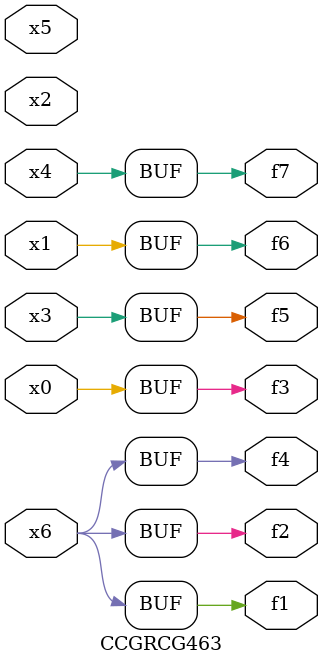
<source format=v>
module CCGRCG463(
	input x0, x1, x2, x3, x4, x5, x6,
	output f1, f2, f3, f4, f5, f6, f7
);
	assign f1 = x6;
	assign f2 = x6;
	assign f3 = x0;
	assign f4 = x6;
	assign f5 = x3;
	assign f6 = x1;
	assign f7 = x4;
endmodule

</source>
